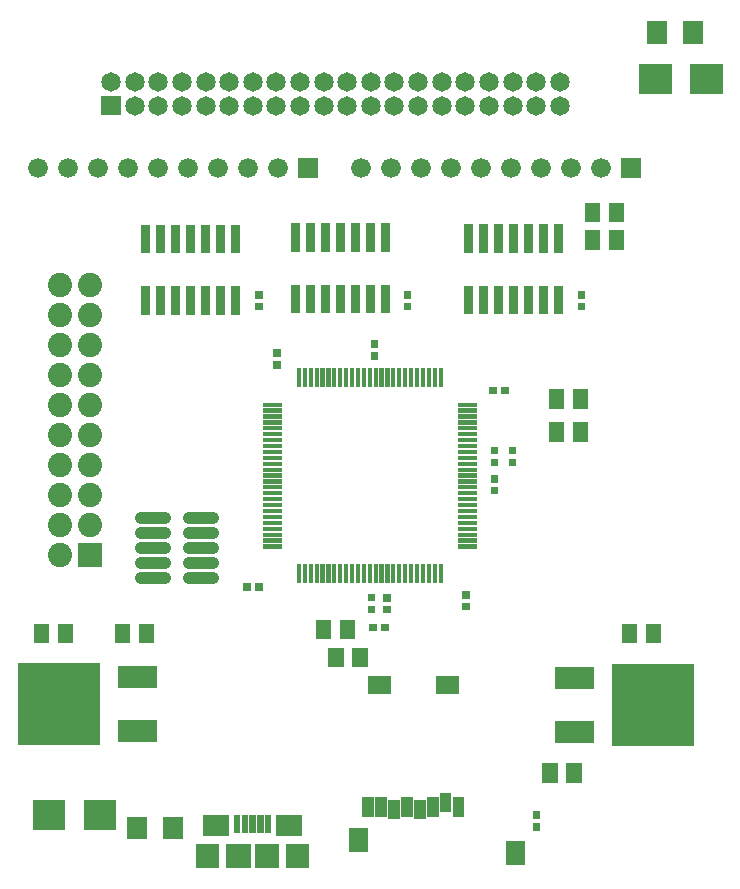
<source format=gts>
G04 start of page 11 for group -4063 idx -4063 *
G04 Title: (unknown), componentmask *
G04 Creator: pcb 20110918 *
G04 CreationDate: Wed 26 Feb 2014 10:51:57 GMT UTC *
G04 For: michael *
G04 Format: Gerber/RS-274X *
G04 PCB-Dimensions: 275000 304000 *
G04 PCB-Coordinate-Origin: lower left *
%MOIN*%
%FSLAX25Y25*%
%LNTOPMASK*%
%ADD136C,0.0410*%
%ADD135R,0.0375X0.0375*%
%ADD134R,0.0769X0.0769*%
%ADD133R,0.0690X0.0690*%
%ADD132R,0.0218X0.0218*%
%ADD131R,0.0140X0.0140*%
%ADD130R,0.0611X0.0611*%
%ADD129R,0.0750X0.0750*%
%ADD128R,0.0660X0.0660*%
%ADD127R,0.1006X0.1006*%
%ADD126R,0.0510X0.0510*%
%ADD125R,0.0300X0.0300*%
%ADD124C,0.0808*%
%ADD123C,0.0001*%
%ADD122C,0.0660*%
%ADD121C,0.0651*%
G54D121*X149314Y268497D03*
X141440D03*
G54D122*X146100Y247800D03*
G54D121*X188684Y268497D03*
X180810D03*
X172936D03*
X165062D03*
X204432Y276371D03*
X196558D03*
X188684D03*
X180810D03*
X172936D03*
X165062D03*
X157188Y268497D03*
Y276371D03*
X149314D03*
X141440D03*
X133566D03*
X125692D03*
X117818D03*
X109944D03*
X102070D03*
X94196D03*
X86322D03*
X78448D03*
X70574D03*
X62700D03*
G54D123*G36*
X51560Y122740D02*Y114660D01*
X59640D01*
Y122740D01*
X51560D01*
G37*
G54D124*X45600Y118700D03*
X55600Y128700D03*
X45561Y128739D03*
X55600Y138700D03*
X45600D03*
X55600Y148700D03*
X45600D03*
X55600Y158700D03*
X45600D03*
Y168700D03*
Y178700D03*
Y188700D03*
Y198700D03*
Y208700D03*
X55600Y168700D03*
Y178700D03*
Y188700D03*
Y198700D03*
Y208700D03*
G54D121*X133566Y268497D03*
X125692D03*
X117818D03*
X109944D03*
X102070D03*
X94196D03*
X86322D03*
X78448D03*
X70574D03*
G54D123*G36*
X59447Y271750D02*Y265244D01*
X65953D01*
Y271750D01*
X59447D01*
G37*
G36*
X125100Y251100D02*Y244500D01*
X131700D01*
Y251100D01*
X125100D01*
G37*
G54D122*X118400Y247800D03*
X108400D03*
X98400D03*
X88400D03*
X78400D03*
X68400D03*
X58400D03*
X48400D03*
X38400D03*
G54D121*X212306Y268497D03*
X204432D03*
X196558D03*
X212306Y276371D03*
G54D123*G36*
X232800Y251100D02*Y244500D01*
X239400D01*
Y251100D01*
X232800D01*
G37*
G54D122*X226100Y247800D03*
X216100D03*
X206100D03*
X196100D03*
X186100D03*
X176100D03*
X166100D03*
X156100D03*
G54D125*X154300Y227750D02*Y221250D01*
X149300Y227750D02*Y221250D01*
X144300Y227750D02*Y221250D01*
X139300Y227750D02*Y221250D01*
X134300Y227750D02*Y221250D01*
X129300Y227750D02*Y221250D01*
X124300Y227750D02*Y221250D01*
Y207250D02*Y200750D01*
X129300Y207250D02*Y200750D01*
X134300Y207250D02*Y200750D01*
X139300Y207250D02*Y200750D01*
X144300Y207250D02*Y200750D01*
X149300Y207250D02*Y200750D01*
X154300Y207250D02*Y200750D01*
G54D123*G36*
X160216Y206722D02*Y204152D01*
X162784D01*
Y206722D01*
X160216D01*
G37*
G36*
Y202784D02*Y200216D01*
X162784D01*
Y202784D01*
X160216D01*
G37*
G54D125*X197000Y227500D02*Y221000D01*
X192000Y227500D02*Y221000D01*
X187000Y227500D02*Y221000D01*
X182000Y227500D02*Y221000D01*
Y207000D02*Y200500D01*
X187000Y207000D02*Y200500D01*
X192000Y207000D02*Y200500D01*
X104200Y227350D02*Y220850D01*
X99200Y227350D02*Y220850D01*
X94200Y227350D02*Y220850D01*
X89200Y227350D02*Y220850D01*
X84200Y227350D02*Y220850D01*
X79200Y227350D02*Y220850D01*
X74200Y227350D02*Y220850D01*
Y206850D02*Y200350D01*
X79200Y206850D02*Y200350D01*
X84200Y206850D02*Y200350D01*
X89200Y206850D02*Y200350D01*
X94200Y206850D02*Y200350D01*
X99200Y206850D02*Y200350D01*
X104200Y206850D02*Y200350D01*
G54D123*G36*
X110716Y206722D02*Y204152D01*
X113284D01*
Y206722D01*
X110716D01*
G37*
G36*
Y202784D02*Y200216D01*
X113284D01*
Y202784D01*
X110716D01*
G37*
G54D125*X212000Y227500D02*Y221000D01*
X207000Y227500D02*Y221000D01*
X202000Y227500D02*Y221000D01*
X197000Y207000D02*Y200500D01*
X202000Y207000D02*Y200500D01*
X207000Y207000D02*Y200500D01*
X212000Y207000D02*Y200500D01*
G54D126*X223241Y224478D02*Y223078D01*
X231241Y224478D02*Y223078D01*
X223300Y233600D02*Y232200D01*
X231300Y233600D02*Y232200D01*
G54D123*G36*
X218216Y206722D02*Y204152D01*
X220784D01*
Y206722D01*
X218216D01*
G37*
G36*
Y202784D02*Y200216D01*
X220784D01*
Y202784D01*
X218216D01*
G37*
G54D126*X219200Y160400D02*Y159000D01*
X211200Y160400D02*Y159000D01*
X219159Y171422D02*Y170022D01*
X211159Y171422D02*Y170022D01*
G54D127*X243877Y277329D02*X244664D01*
X260806D02*X261593D01*
G54D128*X244641Y293378D02*Y292378D01*
X256641Y293378D02*Y292378D01*
G54D126*X235500Y93200D02*Y91800D01*
X243500Y93200D02*Y91800D01*
G54D123*G36*
X229544Y82470D02*Y54970D01*
X257044D01*
Y82470D01*
X229544D01*
G37*
G36*
X244544Y67470D02*Y54970D01*
X257044D01*
Y67470D01*
X244544D01*
G37*
G36*
Y82470D02*Y69970D01*
X257044D01*
Y82470D01*
X244544D01*
G37*
G36*
X229544Y67470D02*Y54970D01*
X242044D01*
Y67470D01*
X229544D01*
G37*
G36*
Y82470D02*Y69970D01*
X242044D01*
Y82470D01*
X229544D01*
G37*
G36*
X203216Y29348D02*Y26779D01*
X205784D01*
Y29348D01*
X203216D01*
G37*
G36*
Y33284D02*Y30715D01*
X205784D01*
Y33284D01*
X203216D01*
G37*
G54D129*X214294Y59720D02*X219794D01*
X214294Y77720D02*X219794D01*
G54D126*X209000Y46700D02*Y45300D01*
X217000Y46700D02*Y45300D01*
X137641Y85178D02*Y83778D01*
X145641Y85178D02*Y83778D01*
X133600Y94600D02*Y93200D01*
X141600Y94600D02*Y93200D01*
G54D130*X151478Y75414D02*X153053D01*
X173919D02*X175494D01*
G54D131*X179051Y129430D02*X183949D01*
G54D123*G36*
X179716Y106721D02*Y104153D01*
X182284D01*
Y106721D01*
X179716D01*
G37*
G36*
Y102784D02*Y100216D01*
X182284D01*
Y102784D01*
X179716D01*
G37*
G54D131*X179051Y131398D02*X183949D01*
G54D123*G36*
X152652Y95784D02*Y93216D01*
X155222D01*
Y95784D01*
X152652D01*
G37*
G36*
X148716D02*Y93216D01*
X151284D01*
Y95784D01*
X148716D01*
G37*
G36*
X153422Y101798D02*Y99228D01*
X155990D01*
Y101798D01*
X153422D01*
G37*
G36*
Y105734D02*Y103166D01*
X155990D01*
Y105734D01*
X153422D01*
G37*
G36*
X148278Y101848D02*Y99278D01*
X150848D01*
Y101848D01*
X148278D01*
G37*
G36*
Y105784D02*Y103216D01*
X150848D01*
Y105784D01*
X148278D01*
G37*
G54D132*X109882Y30870D02*Y27130D01*
X115000Y30870D02*Y27130D01*
X104764Y30870D02*Y27130D01*
X112441Y30870D02*Y27130D01*
X107323Y30870D02*Y27130D01*
G54D133*X96693Y28508D02*X98661D01*
G54D128*X83400Y28200D02*Y27200D01*
X71400Y28200D02*Y27200D01*
G54D133*X121102Y28508D02*X123071D01*
G54D134*X94921Y18665D02*Y18271D01*
G54D123*G36*
X101117Y22508D02*Y14428D01*
X109197D01*
Y22508D01*
X101117D01*
G37*
G36*
X110566D02*Y14428D01*
X118646D01*
Y22508D01*
X110566D01*
G37*
G54D134*X124842Y18665D02*Y18271D01*
G54D130*X197541Y20296D02*Y18327D01*
X145179Y24626D02*Y22658D01*
G54D135*X178643Y36044D02*Y33288D01*
X174312Y37619D02*Y34863D01*
X169982Y36044D02*Y33288D01*
X165651Y35256D02*Y32500D01*
X161320Y36044D02*Y33288D01*
X156990Y35256D02*Y32500D01*
X152659Y36044D02*Y33288D01*
X148328Y36044D02*Y33288D01*
G54D123*G36*
X31573Y82762D02*Y55262D01*
X59073D01*
Y82762D01*
X31573D01*
G37*
G36*
Y70262D01*
X44073D01*
Y82762D01*
X31573D01*
G37*
G36*
Y67762D02*Y55262D01*
X44073D01*
Y67762D01*
X31573D01*
G37*
G36*
X46573Y82762D02*Y70262D01*
X59073D01*
Y82762D01*
X46573D01*
G37*
G36*
Y67762D02*Y55262D01*
X59073D01*
Y67762D01*
X46573D01*
G37*
G54D129*X68823Y78012D02*X74323D01*
X68823Y60012D02*X74323D01*
G54D127*X41677Y32000D02*X42464D01*
X58606D02*X59393D01*
G54D126*X47500Y93200D02*Y91800D01*
X39500Y93200D02*Y91800D01*
X66500Y93200D02*Y91800D01*
X74500Y93200D02*Y91800D01*
G54D136*X88578Y111191D02*X96678D01*
X88578Y116191D02*X96678D01*
X88578Y121191D02*X96678D01*
X88578Y126191D02*X96678D01*
X88578Y131191D02*X96678D01*
X72578Y111191D02*X80678D01*
X72578Y116191D02*X80678D01*
X72578Y121191D02*X80678D01*
X72578Y126191D02*X80678D01*
X72578Y131191D02*X80678D01*
G54D123*G36*
X106716Y109284D02*Y106716D01*
X109284D01*
Y109284D01*
X106716D01*
G37*
G36*
X110653D02*Y106716D01*
X113221D01*
Y109284D01*
X110653D01*
G37*
G54D131*X113933Y168800D02*X118831D01*
X113933Y166832D02*X118831D01*
X113933Y164863D02*X118831D01*
X113933Y162895D02*X118831D01*
X113933Y160926D02*X118831D01*
X113933Y158958D02*X118831D01*
X113933Y156989D02*X118831D01*
X113933Y155021D02*X118831D01*
X113933Y153052D02*X118831D01*
G54D123*G36*
X116716Y187284D02*Y184716D01*
X119284D01*
Y187284D01*
X116716D01*
G37*
G36*
Y183348D02*Y180778D01*
X119284D01*
Y183348D01*
X116716D01*
G37*
G54D131*X113933Y151084D02*X118831D01*
X113933Y149115D02*X118831D01*
X113933Y147147D02*X118831D01*
X113933Y145178D02*X118831D01*
X113933Y143210D02*X118831D01*
X113933Y141241D02*X118831D01*
X113933Y139273D02*X118831D01*
X113933Y137304D02*X118831D01*
X113933Y135336D02*X118831D01*
X113933Y133367D02*X118831D01*
X113933Y131399D02*X118831D01*
X113933Y129430D02*X118831D01*
X113933Y127462D02*X118831D01*
X113933Y125493D02*X118831D01*
X113933Y123525D02*X118831D01*
X113933Y121556D02*X118831D01*
X125319Y115068D02*Y110170D01*
X127287Y115068D02*Y110170D01*
X129256Y115068D02*Y110170D01*
X131224Y115068D02*Y110170D01*
X133193Y115068D02*Y110170D01*
X135161Y115068D02*Y110170D01*
X137130Y115068D02*Y110170D01*
X139098Y115068D02*Y110170D01*
X141067Y115068D02*Y110170D01*
X143035Y115068D02*Y110170D01*
X145004Y115068D02*Y110170D01*
X146972Y115068D02*Y110170D01*
X148941Y115068D02*Y110170D01*
X150909Y115068D02*Y110170D01*
X152878Y115068D02*Y110170D01*
X154846Y115068D02*Y110170D01*
X156815Y115068D02*Y110170D01*
X158783Y115068D02*Y110170D01*
X160752Y115068D02*Y110170D01*
X162720Y115068D02*Y110170D01*
X164689Y115068D02*Y110170D01*
X166657Y115068D02*Y110170D01*
X168626Y115068D02*Y110170D01*
X170594Y115068D02*Y110170D01*
X172563Y115068D02*Y110170D01*
X179051Y121556D02*X183949D01*
X179051Y123524D02*X183949D01*
X179051Y125493D02*X183949D01*
X179051Y127461D02*X183949D01*
X179051Y133367D02*X183949D01*
X179051Y135335D02*X183949D01*
X179051Y137304D02*X183949D01*
X179051Y139272D02*X183949D01*
X179051Y141241D02*X183949D01*
X179051Y143209D02*X183949D01*
X179051Y145178D02*X183949D01*
X179051Y147146D02*X183949D01*
X179051Y149115D02*X183949D01*
X179051Y151083D02*X183949D01*
X179051Y153052D02*X183949D01*
X179051Y155020D02*X183949D01*
G54D123*G36*
X195216Y154784D02*Y152216D01*
X197784D01*
Y154784D01*
X195216D01*
G37*
G36*
Y150848D02*Y148278D01*
X197784D01*
Y150848D01*
X195216D01*
G37*
G36*
X189216Y154784D02*Y152216D01*
X191784D01*
Y154784D01*
X189216D01*
G37*
G36*
Y150848D02*Y148278D01*
X191784D01*
Y150848D01*
X189216D01*
G37*
G36*
X189208Y141478D02*Y138908D01*
X191778D01*
Y141478D01*
X189208D01*
G37*
G36*
Y145414D02*Y142846D01*
X191778D01*
Y145414D01*
X189208D01*
G37*
G54D131*X179051Y156989D02*X183949D01*
X179051Y158957D02*X183949D01*
X179051Y160926D02*X183949D01*
X179051Y162894D02*X183949D01*
X179051Y164863D02*X183949D01*
X179051Y166831D02*X183949D01*
X179051Y168800D02*X183949D01*
G54D123*G36*
X192716Y174784D02*Y172216D01*
X195284D01*
Y174784D01*
X192716D01*
G37*
G36*
X188778D02*Y172216D01*
X191348D01*
Y174784D01*
X188778D01*
G37*
G54D131*X172563Y180186D02*Y175288D01*
X170595Y180186D02*Y175288D01*
X168626Y180186D02*Y175288D01*
X166658Y180186D02*Y175288D01*
X164689Y180186D02*Y175288D01*
X162721Y180186D02*Y175288D01*
X160752Y180186D02*Y175288D01*
X158784Y180186D02*Y175288D01*
X156815Y180186D02*Y175288D01*
G54D123*G36*
X149216Y190222D02*Y187652D01*
X151784D01*
Y190222D01*
X149216D01*
G37*
G36*
Y186284D02*Y183716D01*
X151784D01*
Y186284D01*
X149216D01*
G37*
G54D131*X154847Y180186D02*Y175288D01*
X152878Y180186D02*Y175288D01*
X150910Y180186D02*Y175288D01*
X148941Y180186D02*Y175288D01*
X146973Y180186D02*Y175288D01*
X145004Y180186D02*Y175288D01*
X143036Y180186D02*Y175288D01*
X141067Y180186D02*Y175288D01*
X139099Y180186D02*Y175288D01*
X137130Y180186D02*Y175288D01*
X135162Y180186D02*Y175288D01*
X133193Y180186D02*Y175288D01*
X131225Y180186D02*Y175288D01*
X129256Y180186D02*Y175288D01*
X127288Y180186D02*Y175288D01*
X125319Y180186D02*Y175288D01*
M02*

</source>
